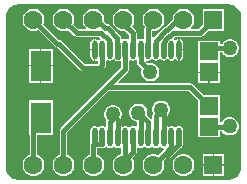
<source format=gbr>
%TF.GenerationSoftware,Altium Limited,Altium Designer,24.1.2 (44)*%
G04 Layer_Physical_Order=1*
G04 Layer_Color=255*
%FSLAX45Y45*%
%MOMM*%
%TF.SameCoordinates,D40106D2-5846-4758-920C-99A56FEE523B*%
%TF.FilePolarity,Positive*%
%TF.FileFunction,Copper,L1,Top,Signal*%
%TF.Part,Single*%
G01*
G75*
%TA.AperFunction,SMDPad,CuDef*%
%ADD10O,0.45000X1.60000*%
%TA.AperFunction,ConnectorPad*%
%ADD11R,1.80000X2.65000*%
%TA.AperFunction,SMDPad,CuDef*%
%ADD12R,1.55000X1.50000*%
%TA.AperFunction,Conductor*%
%ADD13C,0.38100*%
%TA.AperFunction,ComponentPad*%
%ADD14C,1.60000*%
%ADD15R,1.60000X1.60000*%
%TA.AperFunction,ViaPad*%
%ADD16C,1.27000*%
G36*
X2646800Y2224334D02*
X2648173Y2224299D01*
X2649557Y2224245D01*
X2651129Y2224163D01*
X2652928Y2224039D01*
X2654682Y2223887D01*
X2657549Y2223571D01*
X2666401Y2222478D01*
X2680484Y2218161D01*
X2687333Y2215324D01*
X2699851Y2208933D01*
X2714308Y2198019D01*
X2724341Y2187239D01*
X2728850Y2181363D01*
X2736498Y2169560D01*
X2743559Y2152877D01*
X2746853Y2138536D01*
X2747820Y2131193D01*
X2748110Y2125535D01*
X2748160Y2124212D01*
X2748192Y2122925D01*
X2748209Y2120821D01*
Y843894D01*
X2748192Y842542D01*
X2748156Y841169D01*
X2748102Y839785D01*
X2748021Y838213D01*
X2747896Y836414D01*
X2747744Y834660D01*
X2747428Y831793D01*
X2746335Y822941D01*
X2742018Y808859D01*
X2739181Y802008D01*
X2732790Y789492D01*
X2721876Y775035D01*
X2711099Y765003D01*
X2705219Y760491D01*
X2693417Y752844D01*
X2676734Y745783D01*
X2662397Y742489D01*
X2655047Y741522D01*
X2649392Y741233D01*
X2648070Y741183D01*
X2646782Y741150D01*
X2644682Y741133D01*
X859752Y741133D01*
X858400Y741150D01*
X857026Y741186D01*
X855642Y741240D01*
X854070Y741321D01*
X852271Y741446D01*
X850515Y741598D01*
X847653Y741914D01*
X838799Y743007D01*
X824719Y747323D01*
X817863Y750163D01*
X805349Y756552D01*
X790892Y767466D01*
X780862Y778243D01*
X776347Y784125D01*
X768701Y795925D01*
X761640Y812608D01*
X758347Y826946D01*
X757379Y834296D01*
X757090Y839950D01*
X757040Y841272D01*
X757008Y842560D01*
X756991Y844661D01*
X756990Y2121590D01*
X757008Y2122943D01*
X757043Y2124316D01*
X757097Y2125700D01*
X757179Y2127272D01*
X757303Y2129071D01*
X757456Y2130825D01*
X757771Y2133692D01*
X758864Y2142543D01*
X763181Y2156624D01*
X766020Y2163478D01*
X772409Y2175993D01*
X783323Y2190450D01*
X794102Y2200482D01*
X799981Y2204993D01*
X811782Y2212641D01*
X828465Y2219702D01*
X842806Y2222996D01*
X850150Y2223963D01*
X855807Y2224252D01*
X857130Y2224302D01*
X858418Y2224334D01*
X860522Y2224352D01*
X2645448D01*
X2646800Y2224334D01*
D02*
G37*
%LPC*%
G36*
X2607299Y2188200D02*
X2421900D01*
Y2048581D01*
X2386891Y2013572D01*
X2327730D01*
X2322469Y2026272D01*
X2334778Y2038581D01*
X2346982Y2059719D01*
X2353299Y2083296D01*
Y2107704D01*
X2346982Y2131281D01*
X2334778Y2152419D01*
X2317519Y2169678D01*
X2296380Y2181882D01*
X2272804Y2188200D01*
X2248395D01*
X2224819Y2181882D01*
X2203680Y2169678D01*
X2186421Y2152419D01*
X2174217Y2131281D01*
X2167900Y2107704D01*
Y2096292D01*
X2166064Y2095066D01*
X2105790Y2034792D01*
X2101599Y2033958D01*
X2091097Y2026941D01*
X2007572Y1943416D01*
X2000919Y1944633D01*
X1994872Y1948084D01*
Y2002800D01*
X2018804D01*
X2042380Y2009118D01*
X2063519Y2021322D01*
X2080778Y2038581D01*
X2092982Y2059719D01*
X2099299Y2083296D01*
Y2107704D01*
X2092982Y2131281D01*
X2080778Y2152419D01*
X2063519Y2169678D01*
X2042380Y2181882D01*
X2018804Y2188200D01*
X1994395D01*
X1970819Y2181882D01*
X1949680Y2169678D01*
X1932421Y2152419D01*
X1920217Y2131281D01*
X1913900Y2107704D01*
Y2083296D01*
X1920217Y2059719D01*
X1932421Y2038581D01*
X1935639Y2035363D01*
X1932592Y2030803D01*
X1930128Y2018415D01*
Y1934646D01*
X1917428Y1928019D01*
X1911234Y1932157D01*
X1897500Y1934889D01*
X1883766Y1932157D01*
X1877572Y1928019D01*
X1864872Y1934646D01*
Y1982614D01*
X1862408Y1995002D01*
X1855390Y2005504D01*
X1824546Y2036349D01*
X1826778Y2038581D01*
X1838982Y2059719D01*
X1845299Y2083296D01*
Y2107704D01*
X1838982Y2131281D01*
X1826778Y2152419D01*
X1809519Y2169678D01*
X1788380Y2181882D01*
X1764804Y2188200D01*
X1740395D01*
X1716819Y2181882D01*
X1695680Y2169678D01*
X1678421Y2152419D01*
X1666217Y2131281D01*
X1659900Y2107704D01*
Y2083296D01*
X1666217Y2059719D01*
X1678421Y2038581D01*
X1695680Y2021322D01*
X1716819Y2009118D01*
X1740395Y2002800D01*
X1764804D01*
X1766167Y2003165D01*
X1800128Y1969205D01*
Y1934646D01*
X1787428Y1928019D01*
X1781234Y1932157D01*
X1767500Y1934889D01*
X1753766Y1932157D01*
X1746872Y1927551D01*
X1734172Y1933599D01*
Y1943100D01*
X1731708Y1955489D01*
X1724690Y1965991D01*
X1642318Y2048363D01*
X1631816Y2055380D01*
X1619428Y2057844D01*
X1608999D01*
X1589661Y2077183D01*
X1591299Y2083296D01*
Y2107704D01*
X1584982Y2131281D01*
X1572778Y2152419D01*
X1555519Y2169678D01*
X1534380Y2181882D01*
X1510804Y2188200D01*
X1486395D01*
X1462819Y2181882D01*
X1441680Y2169678D01*
X1424421Y2152419D01*
X1412217Y2131281D01*
X1405900Y2107704D01*
Y2083296D01*
X1412217Y2059719D01*
X1424421Y2038581D01*
X1434180Y2028822D01*
X1428919Y2016122D01*
X1369759D01*
X1329217Y2056663D01*
X1330982Y2059719D01*
X1337299Y2083296D01*
Y2107704D01*
X1330982Y2131281D01*
X1318778Y2152419D01*
X1301519Y2169678D01*
X1280380Y2181882D01*
X1256804Y2188200D01*
X1232395D01*
X1208819Y2181882D01*
X1187680Y2169678D01*
X1170421Y2152419D01*
X1158217Y2131281D01*
X1151900Y2107704D01*
Y2083296D01*
X1158217Y2059719D01*
X1170421Y2038581D01*
X1187680Y2021322D01*
X1208819Y2009118D01*
X1232395Y2002800D01*
X1256804D01*
X1280380Y2009118D01*
X1283436Y2010882D01*
X1333459Y1960859D01*
X1343961Y1953842D01*
X1356350Y1951378D01*
X1549217D01*
X1557768Y1941456D01*
X1554903Y1929576D01*
X1547834Y1924853D01*
X1544256Y1923222D01*
X1535744D01*
X1532166Y1924853D01*
X1521234Y1932157D01*
X1513850Y1933626D01*
Y1841500D01*
Y1749374D01*
X1521234Y1750843D01*
X1527428Y1754981D01*
X1540128Y1748354D01*
Y1724827D01*
X1536773Y1721472D01*
X1423109D01*
X1229390Y1915190D01*
X1218888Y1922208D01*
X1207384Y1924496D01*
X1075217Y2056663D01*
X1076982Y2059719D01*
X1083299Y2083296D01*
Y2107704D01*
X1076982Y2131281D01*
X1064778Y2152419D01*
X1047519Y2169678D01*
X1026380Y2181882D01*
X1002804Y2188200D01*
X978395D01*
X954819Y2181882D01*
X933680Y2169678D01*
X916421Y2152419D01*
X904217Y2131281D01*
X897900Y2107704D01*
Y2083296D01*
X904217Y2059719D01*
X916421Y2038581D01*
X933680Y2021322D01*
X954819Y2009118D01*
X978395Y2002800D01*
X1002804D01*
X1026380Y2009118D01*
X1029436Y2010882D01*
X1170909Y1869410D01*
X1181411Y1862392D01*
X1192915Y1860104D01*
X1386810Y1666210D01*
X1397312Y1659192D01*
X1409700Y1656728D01*
X1550182D01*
X1562570Y1659192D01*
X1573072Y1666210D01*
X1595391Y1688528D01*
X1602408Y1699030D01*
X1604872Y1711418D01*
Y1748354D01*
X1617572Y1754981D01*
X1623766Y1750843D01*
X1637500Y1748111D01*
X1651234Y1750843D01*
X1662166Y1758147D01*
X1665744Y1759778D01*
X1676350D01*
X1677122Y1758622D01*
X1677796Y1758172D01*
X1678910Y1756506D01*
X1679610Y1755806D01*
X1690112Y1748788D01*
X1702500Y1746324D01*
X1714888Y1748788D01*
X1722428Y1753826D01*
X1732615Y1750163D01*
X1735128Y1748200D01*
Y1692009D01*
X1590010Y1546890D01*
X1221709Y1178590D01*
X1214691Y1168088D01*
X1212227Y1155699D01*
Y950896D01*
X1208819Y949982D01*
X1187680Y937778D01*
X1170421Y920519D01*
X1158217Y899381D01*
X1151900Y875804D01*
Y851396D01*
X1158217Y827819D01*
X1170421Y806681D01*
X1187680Y789422D01*
X1208819Y777218D01*
X1232395Y770900D01*
X1256804D01*
X1280380Y777218D01*
X1301519Y789422D01*
X1318778Y806681D01*
X1330982Y827819D01*
X1337299Y851396D01*
Y875804D01*
X1330982Y899381D01*
X1318778Y920519D01*
X1301519Y937778D01*
X1280380Y949982D01*
X1276972Y950896D01*
Y1142291D01*
X1626309Y1491628D01*
X2304966D01*
X2386300Y1410294D01*
Y1288775D01*
X2386300Y1280675D01*
X2386300Y1267974D01*
Y1100675D01*
X2566700D01*
Y1156003D01*
X2583855D01*
X2590612Y1144299D01*
X2604799Y1130112D01*
X2622175Y1120080D01*
X2641555Y1114887D01*
X2661619D01*
X2680999Y1120080D01*
X2698375Y1130112D01*
X2712563Y1144299D01*
X2722595Y1161675D01*
X2727787Y1181055D01*
Y1201119D01*
X2722595Y1220499D01*
X2712563Y1237875D01*
X2698375Y1252063D01*
X2680999Y1262095D01*
X2661619Y1267287D01*
X2641555D01*
X2622175Y1262095D01*
X2604799Y1252063D01*
X2590612Y1237875D01*
X2580723Y1220747D01*
X2566700D01*
Y1267974D01*
X2566700Y1276074D01*
X2566700Y1288775D01*
Y1456074D01*
X2432081D01*
X2341265Y1546890D01*
X2330763Y1553908D01*
X2318375Y1556372D01*
X1707647D01*
X1702786Y1568105D01*
X1790390Y1655709D01*
X1797408Y1666212D01*
X1799872Y1678600D01*
Y1748354D01*
X1812572Y1754981D01*
X1818766Y1750843D01*
X1832500Y1748111D01*
X1846234Y1750843D01*
X1853748Y1755863D01*
X1866278Y1750403D01*
X1866448Y1750237D01*
Y1733380D01*
X1868912Y1720992D01*
X1875929Y1710490D01*
X1909308Y1677111D01*
X1905000Y1661032D01*
Y1640968D01*
X1910193Y1621588D01*
X1920225Y1604212D01*
X1934412Y1590025D01*
X1951788Y1579993D01*
X1971168Y1574800D01*
X1991232D01*
X2010612Y1579993D01*
X2027988Y1590025D01*
X2042175Y1604212D01*
X2052207Y1621588D01*
X2057400Y1640968D01*
Y1661032D01*
X2052207Y1680412D01*
X2042175Y1697788D01*
X2027988Y1711975D01*
X2010612Y1722007D01*
X1991232Y1727200D01*
X1971168D01*
X1955089Y1722892D01*
X1940236Y1737745D01*
X1940712Y1740950D01*
X1942137Y1742700D01*
X1954839Y1749634D01*
X1962500Y1748111D01*
X1976234Y1750843D01*
X1987166Y1758147D01*
X1990744Y1759778D01*
X1999256D01*
X2002834Y1758147D01*
X2013766Y1750843D01*
X2027500Y1748111D01*
X2041234Y1750843D01*
X2052166Y1758147D01*
X2055744Y1759778D01*
X2064256D01*
X2067834Y1758147D01*
X2078766Y1750843D01*
X2092500Y1748111D01*
X2106234Y1750843D01*
X2117166Y1758147D01*
X2120744Y1759778D01*
X2129256D01*
X2132834Y1758147D01*
X2143766Y1750843D01*
X2151150Y1749374D01*
Y1841500D01*
X2163850D01*
Y1749374D01*
X2171234Y1750843D01*
X2182166Y1758147D01*
X2185744Y1759778D01*
X2194256D01*
X2197834Y1758147D01*
X2208766Y1750843D01*
X2216150Y1749374D01*
Y1841500D01*
Y1933626D01*
X2208766Y1932157D01*
X2197834Y1924853D01*
X2194256Y1923222D01*
X2185744D01*
X2182166Y1924853D01*
X2180325Y1926083D01*
X2179090Y1938621D01*
X2188601Y1948828D01*
X2400299D01*
X2412688Y1951292D01*
X2423190Y1958310D01*
X2467681Y2002800D01*
X2607299D01*
Y2188200D01*
D02*
G37*
G36*
X2664332Y1930400D02*
X2644268D01*
X2624888Y1925207D01*
X2607512Y1915175D01*
X2593325Y1900988D01*
X2585002Y1886572D01*
X2566700D01*
Y1916500D01*
X2386300D01*
Y1749200D01*
X2386300Y1741100D01*
X2386300Y1728400D01*
Y1655150D01*
X2566700D01*
Y1728400D01*
X2566700Y1736500D01*
X2566700Y1749200D01*
Y1821828D01*
X2585002D01*
X2593325Y1807412D01*
X2607512Y1793225D01*
X2624888Y1783193D01*
X2644268Y1778000D01*
X2664332D01*
X2683712Y1783193D01*
X2701088Y1793225D01*
X2715275Y1807412D01*
X2725307Y1824788D01*
X2730500Y1844168D01*
Y1864232D01*
X2725307Y1883612D01*
X2715275Y1900988D01*
X2701088Y1915175D01*
X2683712Y1925207D01*
X2664332Y1930400D01*
D02*
G37*
G36*
X2228850Y1933626D02*
Y1847850D01*
X2258389D01*
Y1899000D01*
X2255657Y1912734D01*
X2247878Y1924378D01*
X2236234Y1932157D01*
X2228850Y1933626D01*
D02*
G37*
G36*
X1501150D02*
X1493766Y1932157D01*
X1482122Y1924378D01*
X1474342Y1912734D01*
X1471610Y1899000D01*
Y1847850D01*
X1501150D01*
Y1933626D01*
D02*
G37*
G36*
X2258389Y1835150D02*
X2228850D01*
Y1749374D01*
X2236234Y1750843D01*
X2247878Y1758622D01*
X2255657Y1770266D01*
X2258389Y1784000D01*
Y1835150D01*
D02*
G37*
G36*
X1501150D02*
X1471610D01*
Y1784000D01*
X1474342Y1770266D01*
X1482122Y1758622D01*
X1493766Y1750843D01*
X1501150Y1749374D01*
Y1835150D01*
D02*
G37*
G36*
X1154774Y1851100D02*
X1058424D01*
Y1712250D01*
X1154774D01*
Y1851100D01*
D02*
G37*
G36*
X1045724D02*
X949374D01*
Y1712250D01*
X1045724D01*
Y1851100D01*
D02*
G37*
G36*
X2566700Y1642450D02*
X2482850D01*
Y1561100D01*
X2566700D01*
Y1642450D01*
D02*
G37*
G36*
X2470150D02*
X2386300D01*
Y1561100D01*
X2470150D01*
Y1642450D01*
D02*
G37*
G36*
X1154774Y1699550D02*
X1058424D01*
Y1560700D01*
X1154774D01*
Y1699550D01*
D02*
G37*
G36*
X1045724D02*
X949374D01*
Y1560700D01*
X1045724D01*
Y1699550D01*
D02*
G37*
G36*
X2080132Y1409700D02*
X2060068D01*
X2040688Y1404507D01*
X2023312Y1394475D01*
X2009125Y1380288D01*
X1999093Y1362912D01*
X1993900Y1343532D01*
Y1323468D01*
X1999093Y1304088D01*
X2002578Y1298051D01*
X1997592Y1290588D01*
X1995128Y1278200D01*
Y1255696D01*
X1994124Y1254912D01*
X1982428Y1251053D01*
X1951492Y1281989D01*
X1955800Y1298068D01*
Y1318132D01*
X1950607Y1337512D01*
X1940575Y1354888D01*
X1926388Y1369075D01*
X1909012Y1379107D01*
X1889632Y1384300D01*
X1869568D01*
X1850188Y1379107D01*
X1832812Y1369075D01*
X1818625Y1354888D01*
X1808593Y1337512D01*
X1803400Y1318132D01*
Y1298068D01*
X1808593Y1278688D01*
X1818625Y1261312D01*
X1832812Y1247125D01*
X1850188Y1237093D01*
X1865128Y1233090D01*
Y1194646D01*
X1852428Y1188019D01*
X1846234Y1192157D01*
X1832500Y1194889D01*
X1818766Y1192157D01*
X1807834Y1184853D01*
X1804256Y1183222D01*
X1795744D01*
X1792166Y1184853D01*
X1781234Y1192157D01*
X1767500Y1194889D01*
X1753766Y1192157D01*
X1747572Y1188019D01*
X1734872Y1194646D01*
Y1243900D01*
X1732408Y1256288D01*
X1730637Y1258938D01*
X1734707Y1265988D01*
X1739900Y1285368D01*
Y1305432D01*
X1734707Y1324812D01*
X1724675Y1342188D01*
X1710488Y1356375D01*
X1693112Y1366407D01*
X1673732Y1371600D01*
X1653668D01*
X1634288Y1366407D01*
X1616912Y1356375D01*
X1602725Y1342188D01*
X1592693Y1324812D01*
X1587500Y1305432D01*
Y1285368D01*
X1592693Y1265988D01*
X1602725Y1248612D01*
X1607695Y1243642D01*
X1607592Y1243488D01*
X1605128Y1231100D01*
Y1194646D01*
X1592428Y1188019D01*
X1586234Y1192157D01*
X1572500Y1194889D01*
X1558766Y1192157D01*
X1547834Y1184853D01*
X1544256Y1183222D01*
X1535744D01*
X1532166Y1184853D01*
X1521234Y1192157D01*
X1507500Y1194889D01*
X1493766Y1192157D01*
X1482122Y1184378D01*
X1474342Y1172734D01*
X1471610Y1159000D01*
Y1049989D01*
X1468691Y1045620D01*
X1466227Y1033232D01*
Y950896D01*
X1462819Y949982D01*
X1441680Y937778D01*
X1424421Y920519D01*
X1412217Y899381D01*
X1405900Y875804D01*
Y851396D01*
X1412217Y827819D01*
X1424421Y806681D01*
X1441680Y789422D01*
X1462819Y777218D01*
X1486395Y770900D01*
X1510804D01*
X1534380Y777218D01*
X1555519Y789422D01*
X1572778Y806681D01*
X1584982Y827819D01*
X1591299Y851396D01*
Y875804D01*
X1584982Y899381D01*
X1572778Y920519D01*
X1555519Y937778D01*
X1534380Y949982D01*
X1530972Y950896D01*
Y1010308D01*
X1561454D01*
X1572500Y1008111D01*
X1586234Y1010843D01*
X1597166Y1018147D01*
X1600744Y1019778D01*
X1609256D01*
X1612834Y1018147D01*
X1623766Y1010843D01*
X1637500Y1008111D01*
X1651234Y1010843D01*
X1662166Y1018147D01*
X1665744Y1019778D01*
X1674256D01*
X1677834Y1018147D01*
X1688766Y1010843D01*
X1702500Y1008111D01*
X1716234Y1010843D01*
X1721108Y1014099D01*
X1733808Y1007310D01*
Y954535D01*
X1716819Y949982D01*
X1695680Y937778D01*
X1678421Y920519D01*
X1666217Y899381D01*
X1659900Y875804D01*
Y851396D01*
X1666217Y827819D01*
X1678421Y806681D01*
X1695680Y789422D01*
X1716819Y777218D01*
X1740395Y770900D01*
X1764804D01*
X1788380Y777218D01*
X1809519Y789422D01*
X1826778Y806681D01*
X1838982Y827819D01*
X1845299Y851396D01*
Y875804D01*
X1838982Y899381D01*
X1826778Y920519D01*
X1824546Y922751D01*
X1854070Y952276D01*
X1861088Y962778D01*
X1863552Y975166D01*
Y1010237D01*
X1863721Y1010403D01*
X1876252Y1015863D01*
X1883766Y1010843D01*
X1897500Y1008111D01*
X1911234Y1010843D01*
X1922166Y1018147D01*
X1925744Y1019778D01*
X1934256D01*
X1937834Y1018147D01*
X1948766Y1010843D01*
X1962500Y1008111D01*
X1976234Y1010843D01*
X1987166Y1018147D01*
X1990744Y1019778D01*
X1999256D01*
X2002834Y1018147D01*
X2013766Y1010843D01*
X2027500Y1008111D01*
X2041234Y1010843D01*
X2052166Y1018147D01*
X2055744Y1019778D01*
X2064256D01*
X2067834Y1018147D01*
X2078766Y1010843D01*
X2088220Y1008962D01*
X2093139Y997401D01*
X2093222Y996004D01*
X2045436Y948218D01*
X2042380Y949982D01*
X2018804Y956300D01*
X1994395D01*
X1970819Y949982D01*
X1949680Y937778D01*
X1932421Y920519D01*
X1920217Y899381D01*
X1913900Y875804D01*
Y851396D01*
X1920217Y827819D01*
X1932421Y806681D01*
X1949680Y789422D01*
X1970819Y777218D01*
X1994395Y770900D01*
X2018804D01*
X2042380Y777218D01*
X2063519Y789422D01*
X2080778Y806681D01*
X2092982Y827819D01*
X2099299Y851396D01*
Y875804D01*
X2092982Y899381D01*
X2091217Y902437D01*
X2108909Y920128D01*
X2131000D01*
X2143389Y922592D01*
X2153891Y929610D01*
X2234848Y1010567D01*
X2236234Y1010843D01*
X2247878Y1018622D01*
X2255657Y1030266D01*
X2258389Y1044000D01*
Y1159000D01*
X2255657Y1172734D01*
X2247878Y1184378D01*
X2236234Y1192157D01*
X2222500Y1194889D01*
X2208766Y1192157D01*
X2197834Y1184853D01*
X2194256Y1183222D01*
X2185744D01*
X2182166Y1184853D01*
X2171234Y1192157D01*
X2157500Y1194889D01*
X2143766Y1192157D01*
X2137572Y1188019D01*
X2124872Y1194646D01*
Y1280509D01*
X2131075Y1286712D01*
X2141107Y1304088D01*
X2146300Y1323468D01*
Y1343532D01*
X2141107Y1362912D01*
X2131075Y1380288D01*
X2116888Y1394475D01*
X2099512Y1404507D01*
X2080132Y1409700D01*
D02*
G37*
G36*
X2607299Y956300D02*
X2520949D01*
Y869950D01*
X2607299D01*
Y956300D01*
D02*
G37*
G36*
X2508249D02*
X2421900D01*
Y869950D01*
X2508249D01*
Y956300D01*
D02*
G37*
G36*
X2607299Y857250D02*
X2520949D01*
Y770900D01*
X2607299D01*
Y857250D01*
D02*
G37*
G36*
X2508249D02*
X2421900D01*
Y770900D01*
X2508249D01*
Y857250D01*
D02*
G37*
G36*
X2272804Y956300D02*
X2248395D01*
X2224819Y949982D01*
X2203680Y937778D01*
X2186421Y920519D01*
X2174217Y899381D01*
X2167900Y875804D01*
Y851396D01*
X2174217Y827819D01*
X2186421Y806681D01*
X2203680Y789422D01*
X2224819Y777218D01*
X2248395Y770900D01*
X2272804D01*
X2296380Y777218D01*
X2317519Y789422D01*
X2334778Y806681D01*
X2346982Y827819D01*
X2353299Y851396D01*
Y875804D01*
X2346982Y899381D01*
X2334778Y920519D01*
X2317519Y937778D01*
X2296380Y949982D01*
X2272804Y956300D01*
D02*
G37*
G36*
X1154774Y1411100D02*
X949374D01*
Y1120700D01*
X958227D01*
Y950896D01*
X954819Y949982D01*
X933680Y937778D01*
X916421Y920519D01*
X904217Y899381D01*
X897900Y875804D01*
Y851396D01*
X904217Y827819D01*
X916421Y806681D01*
X933680Y789422D01*
X954819Y777218D01*
X978395Y770900D01*
X1002804D01*
X1026380Y777218D01*
X1047519Y789422D01*
X1064778Y806681D01*
X1076982Y827819D01*
X1083299Y851396D01*
Y875804D01*
X1076982Y899381D01*
X1064778Y920519D01*
X1047519Y937778D01*
X1026380Y949982D01*
X1022972Y950896D01*
Y1120700D01*
X1154774D01*
Y1411100D01*
D02*
G37*
%LPD*%
D10*
X2157500Y1841500D02*
D03*
X2092500D02*
D03*
X2027500D02*
D03*
X1962500D02*
D03*
X1897500D02*
D03*
X1832500D02*
D03*
X1767500D02*
D03*
X1702500D02*
D03*
X1637500D02*
D03*
X1572500D02*
D03*
X1507500D02*
D03*
X2222500Y1101500D02*
D03*
X2157500D02*
D03*
X2092500D02*
D03*
X2027500D02*
D03*
X1962500D02*
D03*
X1897500D02*
D03*
X1832500D02*
D03*
X1767500D02*
D03*
X1702500D02*
D03*
X1637500D02*
D03*
X1572500D02*
D03*
X1507500D02*
D03*
X2222500Y1841500D02*
D03*
D11*
X1052074Y1705900D02*
D03*
Y1265900D02*
D03*
D12*
X2476500Y1648800D02*
D03*
Y1828800D02*
D03*
Y1188375D02*
D03*
Y1368374D02*
D03*
D13*
X2501900Y1854200D02*
X2654300D01*
X2476500Y1828800D02*
X2501900Y1854200D01*
X1897500Y1841500D02*
X1898820Y1840180D01*
Y1733380D02*
Y1840180D01*
Y1733380D02*
X1981200Y1651000D01*
X1612900Y1524000D02*
X1767500Y1678600D01*
X1244599Y1155699D02*
X1612900Y1524000D01*
X2318375D02*
X2474000Y1368374D01*
X1612900Y1524000D02*
X2318375D01*
X2092500Y1101500D02*
Y1323800D01*
X2070100Y1346200D02*
X2092500Y1323800D01*
X2070100Y1320800D02*
Y1346200D01*
X2027500Y1101500D02*
Y1278200D01*
X2070100Y1320800D01*
X1702500Y1101500D02*
Y1243900D01*
X1676400Y1270000D02*
X1702500Y1243900D01*
X1637500Y1231100D02*
X1676400Y1270000D01*
X1637500Y1101500D02*
Y1231100D01*
X1498599Y1033232D02*
X1508047Y1042680D01*
X1569313D02*
X1572500Y1045867D01*
X1508047Y1042680D02*
X1569313D01*
X1572500Y1045867D02*
Y1101500D01*
X1897500Y1290200D02*
X1962500Y1225200D01*
X1879600Y1308100D02*
X1897500Y1290200D01*
X1962500Y1101500D02*
Y1225200D01*
X1897500Y1101500D02*
Y1290200D01*
X2648875Y1188375D02*
X2654300Y1193800D01*
X2476500Y1188375D02*
X2648875D01*
X2474000Y1368374D02*
X2476500D01*
X1767500Y1678600D02*
Y1841500D01*
X1244599Y863600D02*
Y1155699D01*
X2095500Y952500D02*
X2156180Y1013180D01*
X2006599Y863600D02*
X2095500Y952500D01*
X2222500Y1044000D02*
Y1101500D01*
X2131000Y952500D02*
X2222500Y1044000D01*
X2095500Y952500D02*
X2131000D01*
X2156180Y1013180D02*
Y1100180D01*
X2157500Y1101500D01*
X1766180Y910166D02*
Y1100180D01*
Y910166D02*
X1831180Y975166D01*
X1752599Y896586D02*
X1766180Y910166D01*
X1752599Y863600D02*
Y896586D01*
X1831180Y975166D02*
Y1100180D01*
X1832500Y1101500D01*
X1766180Y1100180D02*
X1767500Y1101500D01*
X1498599Y863600D02*
Y1033232D01*
X990599Y1204426D02*
X1052074Y1265900D01*
X990599Y863600D02*
Y1204426D01*
X1752599Y2062514D02*
X1832500Y1982614D01*
X1752599Y2062514D02*
Y2095500D01*
X1832500Y1841500D02*
Y1982614D01*
X2171700Y1981200D02*
X2400299D01*
X2514599Y2095500D01*
X2143750Y1953250D02*
X2171700Y1981200D01*
X2135029Y1953250D02*
X2143750D01*
X2103250Y1921471D02*
X2135029Y1953250D01*
X2103250Y1911617D02*
Y1921471D01*
X2092500Y1900867D02*
X2103250Y1911617D01*
X2092500Y1841500D02*
Y1900867D01*
X2027500Y1841500D02*
X2028820Y1842820D01*
X2113987Y2004050D02*
X2120829D01*
X2028820Y1842820D02*
Y1918883D01*
X2120829Y2004050D02*
X2188954Y2072175D01*
X2028820Y1918883D02*
X2113987Y2004050D01*
X2188954Y2072175D02*
X2237275D01*
X2260599Y2095500D01*
X1962500Y2018415D02*
X2006599Y2062514D01*
X1962500Y1841500D02*
Y2018415D01*
X2006599Y2062514D02*
Y2095500D01*
X1356350Y1983750D02*
X1564471D01*
X1244599Y2095500D02*
X1356350Y1983750D01*
X990599Y2095500D02*
X1193799Y1892300D01*
X1206500D01*
X1550182Y1689100D02*
X1572500Y1711418D01*
X1409700Y1689100D02*
X1550182D01*
X1206500Y1892300D02*
X1409700Y1689100D01*
X1572500Y1711418D02*
Y1841500D01*
X1626750Y1911617D02*
Y1921471D01*
X1564471Y1983750D02*
X1626750Y1921471D01*
Y1911617D02*
X1637500Y1900867D01*
Y1841500D02*
Y1900867D01*
X1595590Y2025472D02*
X1619428D01*
X1498599Y2095500D02*
X1525563D01*
X1595590Y2025472D01*
X1619428D02*
X1701800Y1943100D01*
Y1779396D02*
Y1943100D01*
X1702500Y1778696D02*
Y1841500D01*
X1701800Y1779396D02*
X1702500Y1778696D01*
D14*
X1752599Y863600D02*
D03*
X1498599Y2095500D02*
D03*
X2006599D02*
D03*
X2260599D02*
D03*
X1752599D02*
D03*
X1244599D02*
D03*
X990599D02*
D03*
X1498599Y863600D02*
D03*
X2006599D02*
D03*
X2260599D02*
D03*
X1244599D02*
D03*
X990599D02*
D03*
D15*
X2514599Y2095500D02*
D03*
Y863600D02*
D03*
D16*
X1663700Y1295400D02*
D03*
X2654300Y1854200D02*
D03*
X1981200Y1651000D02*
D03*
X2070100Y1333500D02*
D03*
X1879600Y1308100D02*
D03*
X2651587Y1191087D02*
D03*
%TF.MD5,7be299bbe80bee431aeb774b0eea0fbd*%
M02*

</source>
